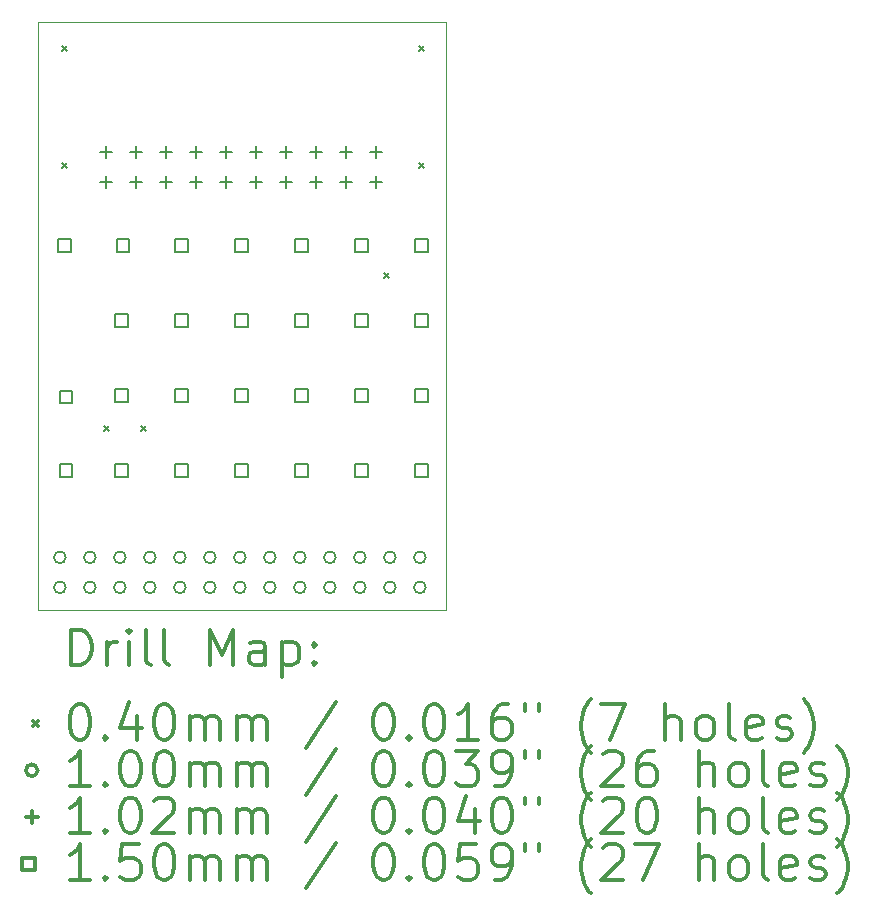
<source format=gbr>
%FSLAX45Y45*%
G04 Gerber Fmt 4.5, Leading zero omitted, Abs format (unit mm)*
G04 Created by KiCad (PCBNEW (5.1.9)-1) date 2021-02-23 11:48:38*
%MOMM*%
%LPD*%
G01*
G04 APERTURE LIST*
%TA.AperFunction,Profile*%
%ADD10C,0.050000*%
%TD*%
%ADD11C,0.200000*%
%ADD12C,0.300000*%
G04 APERTURE END LIST*
D10*
X1897400Y-1625600D02*
X5354300Y-1625600D01*
X5354300Y-1625600D02*
X5354300Y-6604000D01*
X1897400Y-6604000D02*
X5354300Y-6604000D01*
X1897400Y-1625600D02*
X1897400Y-6604000D01*
D11*
X2100900Y-1834200D02*
X2140900Y-1874200D01*
X2140900Y-1834200D02*
X2100900Y-1874200D01*
X2100900Y-2824800D02*
X2140900Y-2864800D01*
X2140900Y-2824800D02*
X2100900Y-2864800D01*
X2456500Y-5047300D02*
X2496500Y-5087300D01*
X2496500Y-5047300D02*
X2456500Y-5087300D01*
X2773500Y-5047800D02*
X2813500Y-5087800D01*
X2813500Y-5047800D02*
X2773500Y-5087800D01*
X4827599Y-3751900D02*
X4867599Y-3791900D01*
X4867599Y-3751900D02*
X4827599Y-3791900D01*
X5123500Y-1834200D02*
X5163500Y-1874200D01*
X5163500Y-1834200D02*
X5123500Y-1874200D01*
X5123500Y-2824800D02*
X5163500Y-2864800D01*
X5163500Y-2824800D02*
X5123500Y-2864800D01*
X2132800Y-6159500D02*
G75*
G03*
X2132800Y-6159500I-50000J0D01*
G01*
X2132800Y-6413500D02*
G75*
G03*
X2132800Y-6413500I-50000J0D01*
G01*
X2386800Y-6159500D02*
G75*
G03*
X2386800Y-6159500I-50000J0D01*
G01*
X2386800Y-6413500D02*
G75*
G03*
X2386800Y-6413500I-50000J0D01*
G01*
X2640800Y-6159500D02*
G75*
G03*
X2640800Y-6159500I-50000J0D01*
G01*
X2640800Y-6413500D02*
G75*
G03*
X2640800Y-6413500I-50000J0D01*
G01*
X2894800Y-6159500D02*
G75*
G03*
X2894800Y-6159500I-50000J0D01*
G01*
X2894800Y-6413500D02*
G75*
G03*
X2894800Y-6413500I-50000J0D01*
G01*
X3148800Y-6159500D02*
G75*
G03*
X3148800Y-6159500I-50000J0D01*
G01*
X3148800Y-6413500D02*
G75*
G03*
X3148800Y-6413500I-50000J0D01*
G01*
X3402800Y-6159500D02*
G75*
G03*
X3402800Y-6159500I-50000J0D01*
G01*
X3402800Y-6413500D02*
G75*
G03*
X3402800Y-6413500I-50000J0D01*
G01*
X3656800Y-6159500D02*
G75*
G03*
X3656800Y-6159500I-50000J0D01*
G01*
X3656800Y-6413500D02*
G75*
G03*
X3656800Y-6413500I-50000J0D01*
G01*
X3910800Y-6159500D02*
G75*
G03*
X3910800Y-6159500I-50000J0D01*
G01*
X3910800Y-6413500D02*
G75*
G03*
X3910800Y-6413500I-50000J0D01*
G01*
X4164800Y-6159500D02*
G75*
G03*
X4164800Y-6159500I-50000J0D01*
G01*
X4164800Y-6413500D02*
G75*
G03*
X4164800Y-6413500I-50000J0D01*
G01*
X4418800Y-6159500D02*
G75*
G03*
X4418800Y-6159500I-50000J0D01*
G01*
X4418800Y-6413500D02*
G75*
G03*
X4418800Y-6413500I-50000J0D01*
G01*
X4672800Y-6159500D02*
G75*
G03*
X4672800Y-6159500I-50000J0D01*
G01*
X4672800Y-6413500D02*
G75*
G03*
X4672800Y-6413500I-50000J0D01*
G01*
X4926800Y-6159500D02*
G75*
G03*
X4926800Y-6159500I-50000J0D01*
G01*
X4926800Y-6413500D02*
G75*
G03*
X4926800Y-6413500I-50000J0D01*
G01*
X5180800Y-6159500D02*
G75*
G03*
X5180800Y-6159500I-50000J0D01*
G01*
X5180800Y-6413500D02*
G75*
G03*
X5180800Y-6413500I-50000J0D01*
G01*
X2476500Y-2679700D02*
X2476500Y-2781300D01*
X2425700Y-2730500D02*
X2527300Y-2730500D01*
X2476500Y-2933700D02*
X2476500Y-3035300D01*
X2425700Y-2984500D02*
X2527300Y-2984500D01*
X2730500Y-2679700D02*
X2730500Y-2781300D01*
X2679700Y-2730500D02*
X2781300Y-2730500D01*
X2730500Y-2933700D02*
X2730500Y-3035300D01*
X2679700Y-2984500D02*
X2781300Y-2984500D01*
X2984500Y-2679700D02*
X2984500Y-2781300D01*
X2933700Y-2730500D02*
X3035300Y-2730500D01*
X2984500Y-2933700D02*
X2984500Y-3035300D01*
X2933700Y-2984500D02*
X3035300Y-2984500D01*
X3238500Y-2679700D02*
X3238500Y-2781300D01*
X3187700Y-2730500D02*
X3289300Y-2730500D01*
X3238500Y-2933700D02*
X3238500Y-3035300D01*
X3187700Y-2984500D02*
X3289300Y-2984500D01*
X3492500Y-2679700D02*
X3492500Y-2781300D01*
X3441700Y-2730500D02*
X3543300Y-2730500D01*
X3492500Y-2933700D02*
X3492500Y-3035300D01*
X3441700Y-2984500D02*
X3543300Y-2984500D01*
X3746500Y-2679700D02*
X3746500Y-2781300D01*
X3695700Y-2730500D02*
X3797300Y-2730500D01*
X3746500Y-2933700D02*
X3746500Y-3035300D01*
X3695700Y-2984500D02*
X3797300Y-2984500D01*
X4000500Y-2679700D02*
X4000500Y-2781300D01*
X3949700Y-2730500D02*
X4051300Y-2730500D01*
X4000500Y-2933700D02*
X4000500Y-3035300D01*
X3949700Y-2984500D02*
X4051300Y-2984500D01*
X4254500Y-2679700D02*
X4254500Y-2781300D01*
X4203700Y-2730500D02*
X4305300Y-2730500D01*
X4254500Y-2933700D02*
X4254500Y-3035300D01*
X4203700Y-2984500D02*
X4305300Y-2984500D01*
X4508500Y-2679700D02*
X4508500Y-2781300D01*
X4457700Y-2730500D02*
X4559300Y-2730500D01*
X4508500Y-2933700D02*
X4508500Y-3035300D01*
X4457700Y-2984500D02*
X4559300Y-2984500D01*
X4762500Y-2679700D02*
X4762500Y-2781300D01*
X4711700Y-2730500D02*
X4813300Y-2730500D01*
X4762500Y-2933700D02*
X4762500Y-3035300D01*
X4711700Y-2984500D02*
X4813300Y-2984500D01*
X2173934Y-3570933D02*
X2173934Y-3464866D01*
X2067866Y-3464866D01*
X2067866Y-3570933D01*
X2173934Y-3570933D01*
X2186634Y-4853634D02*
X2186634Y-4747567D01*
X2080566Y-4747567D01*
X2080566Y-4853634D01*
X2186634Y-4853634D01*
X2186634Y-5475934D02*
X2186634Y-5369867D01*
X2080566Y-5369867D01*
X2080566Y-5475934D01*
X2186634Y-5475934D01*
X2656534Y-4205934D02*
X2656534Y-4099866D01*
X2550467Y-4099866D01*
X2550467Y-4205934D01*
X2656534Y-4205934D01*
X2656534Y-4840934D02*
X2656534Y-4734867D01*
X2550467Y-4734867D01*
X2550467Y-4840934D01*
X2656534Y-4840934D01*
X2656534Y-5475934D02*
X2656534Y-5369867D01*
X2550467Y-5369867D01*
X2550467Y-5475934D01*
X2656534Y-5475934D01*
X2669234Y-3570933D02*
X2669234Y-3464866D01*
X2563167Y-3464866D01*
X2563167Y-3570933D01*
X2669234Y-3570933D01*
X3164533Y-3570933D02*
X3164533Y-3464866D01*
X3058466Y-3464866D01*
X3058466Y-3570933D01*
X3164533Y-3570933D01*
X3164533Y-4205934D02*
X3164533Y-4099866D01*
X3058466Y-4099866D01*
X3058466Y-4205934D01*
X3164533Y-4205934D01*
X3164533Y-4840934D02*
X3164533Y-4734867D01*
X3058466Y-4734867D01*
X3058466Y-4840934D01*
X3164533Y-4840934D01*
X3164533Y-5475934D02*
X3164533Y-5369867D01*
X3058466Y-5369867D01*
X3058466Y-5475934D01*
X3164533Y-5475934D01*
X3672533Y-3570933D02*
X3672533Y-3464866D01*
X3566466Y-3464866D01*
X3566466Y-3570933D01*
X3672533Y-3570933D01*
X3672533Y-4205934D02*
X3672533Y-4099866D01*
X3566466Y-4099866D01*
X3566466Y-4205934D01*
X3672533Y-4205934D01*
X3672533Y-4840934D02*
X3672533Y-4734867D01*
X3566466Y-4734867D01*
X3566466Y-4840934D01*
X3672533Y-4840934D01*
X3672533Y-5475934D02*
X3672533Y-5369867D01*
X3566466Y-5369867D01*
X3566466Y-5475934D01*
X3672533Y-5475934D01*
X4180533Y-3570933D02*
X4180533Y-3464866D01*
X4074466Y-3464866D01*
X4074466Y-3570933D01*
X4180533Y-3570933D01*
X4180533Y-4205934D02*
X4180533Y-4099866D01*
X4074466Y-4099866D01*
X4074466Y-4205934D01*
X4180533Y-4205934D01*
X4180533Y-4840934D02*
X4180533Y-4734867D01*
X4074466Y-4734867D01*
X4074466Y-4840934D01*
X4180533Y-4840934D01*
X4180533Y-5475934D02*
X4180533Y-5369867D01*
X4074466Y-5369867D01*
X4074466Y-5475934D01*
X4180533Y-5475934D01*
X4688534Y-3570933D02*
X4688534Y-3464866D01*
X4582467Y-3464866D01*
X4582467Y-3570933D01*
X4688534Y-3570933D01*
X4688534Y-4205934D02*
X4688534Y-4099866D01*
X4582467Y-4099866D01*
X4582467Y-4205934D01*
X4688534Y-4205934D01*
X4688534Y-4840934D02*
X4688534Y-4734867D01*
X4582467Y-4734867D01*
X4582467Y-4840934D01*
X4688534Y-4840934D01*
X4688534Y-5475934D02*
X4688534Y-5369867D01*
X4582467Y-5369867D01*
X4582467Y-5475934D01*
X4688534Y-5475934D01*
X5196534Y-3570933D02*
X5196534Y-3464866D01*
X5090467Y-3464866D01*
X5090467Y-3570933D01*
X5196534Y-3570933D01*
X5196534Y-4205934D02*
X5196534Y-4099866D01*
X5090467Y-4099866D01*
X5090467Y-4205934D01*
X5196534Y-4205934D01*
X5196534Y-4840934D02*
X5196534Y-4734867D01*
X5090467Y-4734867D01*
X5090467Y-4840934D01*
X5196534Y-4840934D01*
X5196534Y-5475934D02*
X5196534Y-5369867D01*
X5090467Y-5369867D01*
X5090467Y-5475934D01*
X5196534Y-5475934D01*
D12*
X2181328Y-7072214D02*
X2181328Y-6772214D01*
X2252757Y-6772214D01*
X2295614Y-6786500D01*
X2324186Y-6815071D01*
X2338471Y-6843643D01*
X2352757Y-6900786D01*
X2352757Y-6943643D01*
X2338471Y-7000786D01*
X2324186Y-7029357D01*
X2295614Y-7057929D01*
X2252757Y-7072214D01*
X2181328Y-7072214D01*
X2481328Y-7072214D02*
X2481328Y-6872214D01*
X2481328Y-6929357D02*
X2495614Y-6900786D01*
X2509900Y-6886500D01*
X2538471Y-6872214D01*
X2567043Y-6872214D01*
X2667043Y-7072214D02*
X2667043Y-6872214D01*
X2667043Y-6772214D02*
X2652757Y-6786500D01*
X2667043Y-6800786D01*
X2681328Y-6786500D01*
X2667043Y-6772214D01*
X2667043Y-6800786D01*
X2852757Y-7072214D02*
X2824186Y-7057929D01*
X2809900Y-7029357D01*
X2809900Y-6772214D01*
X3009900Y-7072214D02*
X2981328Y-7057929D01*
X2967043Y-7029357D01*
X2967043Y-6772214D01*
X3352757Y-7072214D02*
X3352757Y-6772214D01*
X3452757Y-6986500D01*
X3552757Y-6772214D01*
X3552757Y-7072214D01*
X3824186Y-7072214D02*
X3824186Y-6915071D01*
X3809900Y-6886500D01*
X3781328Y-6872214D01*
X3724186Y-6872214D01*
X3695614Y-6886500D01*
X3824186Y-7057929D02*
X3795614Y-7072214D01*
X3724186Y-7072214D01*
X3695614Y-7057929D01*
X3681328Y-7029357D01*
X3681328Y-7000786D01*
X3695614Y-6972214D01*
X3724186Y-6957929D01*
X3795614Y-6957929D01*
X3824186Y-6943643D01*
X3967043Y-6872214D02*
X3967043Y-7172214D01*
X3967043Y-6886500D02*
X3995614Y-6872214D01*
X4052757Y-6872214D01*
X4081328Y-6886500D01*
X4095614Y-6900786D01*
X4109900Y-6929357D01*
X4109900Y-7015071D01*
X4095614Y-7043643D01*
X4081328Y-7057929D01*
X4052757Y-7072214D01*
X3995614Y-7072214D01*
X3967043Y-7057929D01*
X4238471Y-7043643D02*
X4252757Y-7057929D01*
X4238471Y-7072214D01*
X4224186Y-7057929D01*
X4238471Y-7043643D01*
X4238471Y-7072214D01*
X4238471Y-6886500D02*
X4252757Y-6900786D01*
X4238471Y-6915071D01*
X4224186Y-6900786D01*
X4238471Y-6886500D01*
X4238471Y-6915071D01*
X1854900Y-7546500D02*
X1894900Y-7586500D01*
X1894900Y-7546500D02*
X1854900Y-7586500D01*
X2238471Y-7402214D02*
X2267043Y-7402214D01*
X2295614Y-7416500D01*
X2309900Y-7430786D01*
X2324186Y-7459357D01*
X2338471Y-7516500D01*
X2338471Y-7587929D01*
X2324186Y-7645071D01*
X2309900Y-7673643D01*
X2295614Y-7687929D01*
X2267043Y-7702214D01*
X2238471Y-7702214D01*
X2209900Y-7687929D01*
X2195614Y-7673643D01*
X2181328Y-7645071D01*
X2167043Y-7587929D01*
X2167043Y-7516500D01*
X2181328Y-7459357D01*
X2195614Y-7430786D01*
X2209900Y-7416500D01*
X2238471Y-7402214D01*
X2467043Y-7673643D02*
X2481328Y-7687929D01*
X2467043Y-7702214D01*
X2452757Y-7687929D01*
X2467043Y-7673643D01*
X2467043Y-7702214D01*
X2738471Y-7502214D02*
X2738471Y-7702214D01*
X2667043Y-7387929D02*
X2595614Y-7602214D01*
X2781328Y-7602214D01*
X2952757Y-7402214D02*
X2981328Y-7402214D01*
X3009900Y-7416500D01*
X3024186Y-7430786D01*
X3038471Y-7459357D01*
X3052757Y-7516500D01*
X3052757Y-7587929D01*
X3038471Y-7645071D01*
X3024186Y-7673643D01*
X3009900Y-7687929D01*
X2981328Y-7702214D01*
X2952757Y-7702214D01*
X2924186Y-7687929D01*
X2909900Y-7673643D01*
X2895614Y-7645071D01*
X2881328Y-7587929D01*
X2881328Y-7516500D01*
X2895614Y-7459357D01*
X2909900Y-7430786D01*
X2924186Y-7416500D01*
X2952757Y-7402214D01*
X3181328Y-7702214D02*
X3181328Y-7502214D01*
X3181328Y-7530786D02*
X3195614Y-7516500D01*
X3224186Y-7502214D01*
X3267043Y-7502214D01*
X3295614Y-7516500D01*
X3309900Y-7545071D01*
X3309900Y-7702214D01*
X3309900Y-7545071D02*
X3324186Y-7516500D01*
X3352757Y-7502214D01*
X3395614Y-7502214D01*
X3424186Y-7516500D01*
X3438471Y-7545071D01*
X3438471Y-7702214D01*
X3581328Y-7702214D02*
X3581328Y-7502214D01*
X3581328Y-7530786D02*
X3595614Y-7516500D01*
X3624186Y-7502214D01*
X3667043Y-7502214D01*
X3695614Y-7516500D01*
X3709900Y-7545071D01*
X3709900Y-7702214D01*
X3709900Y-7545071D02*
X3724186Y-7516500D01*
X3752757Y-7502214D01*
X3795614Y-7502214D01*
X3824186Y-7516500D01*
X3838471Y-7545071D01*
X3838471Y-7702214D01*
X4424186Y-7387929D02*
X4167043Y-7773643D01*
X4809900Y-7402214D02*
X4838471Y-7402214D01*
X4867043Y-7416500D01*
X4881328Y-7430786D01*
X4895614Y-7459357D01*
X4909900Y-7516500D01*
X4909900Y-7587929D01*
X4895614Y-7645071D01*
X4881328Y-7673643D01*
X4867043Y-7687929D01*
X4838471Y-7702214D01*
X4809900Y-7702214D01*
X4781328Y-7687929D01*
X4767043Y-7673643D01*
X4752757Y-7645071D01*
X4738471Y-7587929D01*
X4738471Y-7516500D01*
X4752757Y-7459357D01*
X4767043Y-7430786D01*
X4781328Y-7416500D01*
X4809900Y-7402214D01*
X5038471Y-7673643D02*
X5052757Y-7687929D01*
X5038471Y-7702214D01*
X5024186Y-7687929D01*
X5038471Y-7673643D01*
X5038471Y-7702214D01*
X5238471Y-7402214D02*
X5267043Y-7402214D01*
X5295614Y-7416500D01*
X5309900Y-7430786D01*
X5324186Y-7459357D01*
X5338471Y-7516500D01*
X5338471Y-7587929D01*
X5324186Y-7645071D01*
X5309900Y-7673643D01*
X5295614Y-7687929D01*
X5267043Y-7702214D01*
X5238471Y-7702214D01*
X5209900Y-7687929D01*
X5195614Y-7673643D01*
X5181328Y-7645071D01*
X5167043Y-7587929D01*
X5167043Y-7516500D01*
X5181328Y-7459357D01*
X5195614Y-7430786D01*
X5209900Y-7416500D01*
X5238471Y-7402214D01*
X5624186Y-7702214D02*
X5452757Y-7702214D01*
X5538471Y-7702214D02*
X5538471Y-7402214D01*
X5509900Y-7445071D01*
X5481328Y-7473643D01*
X5452757Y-7487929D01*
X5881328Y-7402214D02*
X5824186Y-7402214D01*
X5795614Y-7416500D01*
X5781328Y-7430786D01*
X5752757Y-7473643D01*
X5738471Y-7530786D01*
X5738471Y-7645071D01*
X5752757Y-7673643D01*
X5767043Y-7687929D01*
X5795614Y-7702214D01*
X5852757Y-7702214D01*
X5881328Y-7687929D01*
X5895614Y-7673643D01*
X5909900Y-7645071D01*
X5909900Y-7573643D01*
X5895614Y-7545071D01*
X5881328Y-7530786D01*
X5852757Y-7516500D01*
X5795614Y-7516500D01*
X5767043Y-7530786D01*
X5752757Y-7545071D01*
X5738471Y-7573643D01*
X6024186Y-7402214D02*
X6024186Y-7459357D01*
X6138471Y-7402214D02*
X6138471Y-7459357D01*
X6581328Y-7816500D02*
X6567043Y-7802214D01*
X6538471Y-7759357D01*
X6524186Y-7730786D01*
X6509900Y-7687929D01*
X6495614Y-7616500D01*
X6495614Y-7559357D01*
X6509900Y-7487929D01*
X6524186Y-7445071D01*
X6538471Y-7416500D01*
X6567043Y-7373643D01*
X6581328Y-7359357D01*
X6667043Y-7402214D02*
X6867043Y-7402214D01*
X6738471Y-7702214D01*
X7209900Y-7702214D02*
X7209900Y-7402214D01*
X7338471Y-7702214D02*
X7338471Y-7545071D01*
X7324186Y-7516500D01*
X7295614Y-7502214D01*
X7252757Y-7502214D01*
X7224186Y-7516500D01*
X7209900Y-7530786D01*
X7524186Y-7702214D02*
X7495614Y-7687929D01*
X7481328Y-7673643D01*
X7467043Y-7645071D01*
X7467043Y-7559357D01*
X7481328Y-7530786D01*
X7495614Y-7516500D01*
X7524186Y-7502214D01*
X7567043Y-7502214D01*
X7595614Y-7516500D01*
X7609900Y-7530786D01*
X7624186Y-7559357D01*
X7624186Y-7645071D01*
X7609900Y-7673643D01*
X7595614Y-7687929D01*
X7567043Y-7702214D01*
X7524186Y-7702214D01*
X7795614Y-7702214D02*
X7767043Y-7687929D01*
X7752757Y-7659357D01*
X7752757Y-7402214D01*
X8024186Y-7687929D02*
X7995614Y-7702214D01*
X7938471Y-7702214D01*
X7909900Y-7687929D01*
X7895614Y-7659357D01*
X7895614Y-7545071D01*
X7909900Y-7516500D01*
X7938471Y-7502214D01*
X7995614Y-7502214D01*
X8024186Y-7516500D01*
X8038471Y-7545071D01*
X8038471Y-7573643D01*
X7895614Y-7602214D01*
X8152757Y-7687929D02*
X8181328Y-7702214D01*
X8238471Y-7702214D01*
X8267043Y-7687929D01*
X8281328Y-7659357D01*
X8281328Y-7645071D01*
X8267043Y-7616500D01*
X8238471Y-7602214D01*
X8195614Y-7602214D01*
X8167043Y-7587929D01*
X8152757Y-7559357D01*
X8152757Y-7545071D01*
X8167043Y-7516500D01*
X8195614Y-7502214D01*
X8238471Y-7502214D01*
X8267043Y-7516500D01*
X8381328Y-7816500D02*
X8395614Y-7802214D01*
X8424186Y-7759357D01*
X8438471Y-7730786D01*
X8452757Y-7687929D01*
X8467043Y-7616500D01*
X8467043Y-7559357D01*
X8452757Y-7487929D01*
X8438471Y-7445071D01*
X8424186Y-7416500D01*
X8395614Y-7373643D01*
X8381328Y-7359357D01*
X1894900Y-7962500D02*
G75*
G03*
X1894900Y-7962500I-50000J0D01*
G01*
X2338471Y-8098214D02*
X2167043Y-8098214D01*
X2252757Y-8098214D02*
X2252757Y-7798214D01*
X2224186Y-7841071D01*
X2195614Y-7869643D01*
X2167043Y-7883929D01*
X2467043Y-8069643D02*
X2481328Y-8083929D01*
X2467043Y-8098214D01*
X2452757Y-8083929D01*
X2467043Y-8069643D01*
X2467043Y-8098214D01*
X2667043Y-7798214D02*
X2695614Y-7798214D01*
X2724186Y-7812500D01*
X2738471Y-7826786D01*
X2752757Y-7855357D01*
X2767043Y-7912500D01*
X2767043Y-7983929D01*
X2752757Y-8041071D01*
X2738471Y-8069643D01*
X2724186Y-8083929D01*
X2695614Y-8098214D01*
X2667043Y-8098214D01*
X2638471Y-8083929D01*
X2624186Y-8069643D01*
X2609900Y-8041071D01*
X2595614Y-7983929D01*
X2595614Y-7912500D01*
X2609900Y-7855357D01*
X2624186Y-7826786D01*
X2638471Y-7812500D01*
X2667043Y-7798214D01*
X2952757Y-7798214D02*
X2981328Y-7798214D01*
X3009900Y-7812500D01*
X3024186Y-7826786D01*
X3038471Y-7855357D01*
X3052757Y-7912500D01*
X3052757Y-7983929D01*
X3038471Y-8041071D01*
X3024186Y-8069643D01*
X3009900Y-8083929D01*
X2981328Y-8098214D01*
X2952757Y-8098214D01*
X2924186Y-8083929D01*
X2909900Y-8069643D01*
X2895614Y-8041071D01*
X2881328Y-7983929D01*
X2881328Y-7912500D01*
X2895614Y-7855357D01*
X2909900Y-7826786D01*
X2924186Y-7812500D01*
X2952757Y-7798214D01*
X3181328Y-8098214D02*
X3181328Y-7898214D01*
X3181328Y-7926786D02*
X3195614Y-7912500D01*
X3224186Y-7898214D01*
X3267043Y-7898214D01*
X3295614Y-7912500D01*
X3309900Y-7941071D01*
X3309900Y-8098214D01*
X3309900Y-7941071D02*
X3324186Y-7912500D01*
X3352757Y-7898214D01*
X3395614Y-7898214D01*
X3424186Y-7912500D01*
X3438471Y-7941071D01*
X3438471Y-8098214D01*
X3581328Y-8098214D02*
X3581328Y-7898214D01*
X3581328Y-7926786D02*
X3595614Y-7912500D01*
X3624186Y-7898214D01*
X3667043Y-7898214D01*
X3695614Y-7912500D01*
X3709900Y-7941071D01*
X3709900Y-8098214D01*
X3709900Y-7941071D02*
X3724186Y-7912500D01*
X3752757Y-7898214D01*
X3795614Y-7898214D01*
X3824186Y-7912500D01*
X3838471Y-7941071D01*
X3838471Y-8098214D01*
X4424186Y-7783929D02*
X4167043Y-8169643D01*
X4809900Y-7798214D02*
X4838471Y-7798214D01*
X4867043Y-7812500D01*
X4881328Y-7826786D01*
X4895614Y-7855357D01*
X4909900Y-7912500D01*
X4909900Y-7983929D01*
X4895614Y-8041071D01*
X4881328Y-8069643D01*
X4867043Y-8083929D01*
X4838471Y-8098214D01*
X4809900Y-8098214D01*
X4781328Y-8083929D01*
X4767043Y-8069643D01*
X4752757Y-8041071D01*
X4738471Y-7983929D01*
X4738471Y-7912500D01*
X4752757Y-7855357D01*
X4767043Y-7826786D01*
X4781328Y-7812500D01*
X4809900Y-7798214D01*
X5038471Y-8069643D02*
X5052757Y-8083929D01*
X5038471Y-8098214D01*
X5024186Y-8083929D01*
X5038471Y-8069643D01*
X5038471Y-8098214D01*
X5238471Y-7798214D02*
X5267043Y-7798214D01*
X5295614Y-7812500D01*
X5309900Y-7826786D01*
X5324186Y-7855357D01*
X5338471Y-7912500D01*
X5338471Y-7983929D01*
X5324186Y-8041071D01*
X5309900Y-8069643D01*
X5295614Y-8083929D01*
X5267043Y-8098214D01*
X5238471Y-8098214D01*
X5209900Y-8083929D01*
X5195614Y-8069643D01*
X5181328Y-8041071D01*
X5167043Y-7983929D01*
X5167043Y-7912500D01*
X5181328Y-7855357D01*
X5195614Y-7826786D01*
X5209900Y-7812500D01*
X5238471Y-7798214D01*
X5438471Y-7798214D02*
X5624186Y-7798214D01*
X5524186Y-7912500D01*
X5567043Y-7912500D01*
X5595614Y-7926786D01*
X5609900Y-7941071D01*
X5624186Y-7969643D01*
X5624186Y-8041071D01*
X5609900Y-8069643D01*
X5595614Y-8083929D01*
X5567043Y-8098214D01*
X5481328Y-8098214D01*
X5452757Y-8083929D01*
X5438471Y-8069643D01*
X5767043Y-8098214D02*
X5824186Y-8098214D01*
X5852757Y-8083929D01*
X5867043Y-8069643D01*
X5895614Y-8026786D01*
X5909900Y-7969643D01*
X5909900Y-7855357D01*
X5895614Y-7826786D01*
X5881328Y-7812500D01*
X5852757Y-7798214D01*
X5795614Y-7798214D01*
X5767043Y-7812500D01*
X5752757Y-7826786D01*
X5738471Y-7855357D01*
X5738471Y-7926786D01*
X5752757Y-7955357D01*
X5767043Y-7969643D01*
X5795614Y-7983929D01*
X5852757Y-7983929D01*
X5881328Y-7969643D01*
X5895614Y-7955357D01*
X5909900Y-7926786D01*
X6024186Y-7798214D02*
X6024186Y-7855357D01*
X6138471Y-7798214D02*
X6138471Y-7855357D01*
X6581328Y-8212500D02*
X6567043Y-8198214D01*
X6538471Y-8155357D01*
X6524186Y-8126786D01*
X6509900Y-8083929D01*
X6495614Y-8012500D01*
X6495614Y-7955357D01*
X6509900Y-7883929D01*
X6524186Y-7841071D01*
X6538471Y-7812500D01*
X6567043Y-7769643D01*
X6581328Y-7755357D01*
X6681328Y-7826786D02*
X6695614Y-7812500D01*
X6724186Y-7798214D01*
X6795614Y-7798214D01*
X6824186Y-7812500D01*
X6838471Y-7826786D01*
X6852757Y-7855357D01*
X6852757Y-7883929D01*
X6838471Y-7926786D01*
X6667043Y-8098214D01*
X6852757Y-8098214D01*
X7109900Y-7798214D02*
X7052757Y-7798214D01*
X7024186Y-7812500D01*
X7009900Y-7826786D01*
X6981328Y-7869643D01*
X6967043Y-7926786D01*
X6967043Y-8041071D01*
X6981328Y-8069643D01*
X6995614Y-8083929D01*
X7024186Y-8098214D01*
X7081328Y-8098214D01*
X7109900Y-8083929D01*
X7124186Y-8069643D01*
X7138471Y-8041071D01*
X7138471Y-7969643D01*
X7124186Y-7941071D01*
X7109900Y-7926786D01*
X7081328Y-7912500D01*
X7024186Y-7912500D01*
X6995614Y-7926786D01*
X6981328Y-7941071D01*
X6967043Y-7969643D01*
X7495614Y-8098214D02*
X7495614Y-7798214D01*
X7624186Y-8098214D02*
X7624186Y-7941071D01*
X7609900Y-7912500D01*
X7581328Y-7898214D01*
X7538471Y-7898214D01*
X7509900Y-7912500D01*
X7495614Y-7926786D01*
X7809900Y-8098214D02*
X7781328Y-8083929D01*
X7767043Y-8069643D01*
X7752757Y-8041071D01*
X7752757Y-7955357D01*
X7767043Y-7926786D01*
X7781328Y-7912500D01*
X7809900Y-7898214D01*
X7852757Y-7898214D01*
X7881328Y-7912500D01*
X7895614Y-7926786D01*
X7909900Y-7955357D01*
X7909900Y-8041071D01*
X7895614Y-8069643D01*
X7881328Y-8083929D01*
X7852757Y-8098214D01*
X7809900Y-8098214D01*
X8081328Y-8098214D02*
X8052757Y-8083929D01*
X8038471Y-8055357D01*
X8038471Y-7798214D01*
X8309900Y-8083929D02*
X8281328Y-8098214D01*
X8224186Y-8098214D01*
X8195614Y-8083929D01*
X8181328Y-8055357D01*
X8181328Y-7941071D01*
X8195614Y-7912500D01*
X8224186Y-7898214D01*
X8281328Y-7898214D01*
X8309900Y-7912500D01*
X8324186Y-7941071D01*
X8324186Y-7969643D01*
X8181328Y-7998214D01*
X8438471Y-8083929D02*
X8467043Y-8098214D01*
X8524186Y-8098214D01*
X8552757Y-8083929D01*
X8567043Y-8055357D01*
X8567043Y-8041071D01*
X8552757Y-8012500D01*
X8524186Y-7998214D01*
X8481328Y-7998214D01*
X8452757Y-7983929D01*
X8438471Y-7955357D01*
X8438471Y-7941071D01*
X8452757Y-7912500D01*
X8481328Y-7898214D01*
X8524186Y-7898214D01*
X8552757Y-7912500D01*
X8667043Y-8212500D02*
X8681328Y-8198214D01*
X8709900Y-8155357D01*
X8724186Y-8126786D01*
X8738471Y-8083929D01*
X8752757Y-8012500D01*
X8752757Y-7955357D01*
X8738471Y-7883929D01*
X8724186Y-7841071D01*
X8709900Y-7812500D01*
X8681328Y-7769643D01*
X8667043Y-7755357D01*
X1844100Y-8307700D02*
X1844100Y-8409300D01*
X1793300Y-8358500D02*
X1894900Y-8358500D01*
X2338471Y-8494214D02*
X2167043Y-8494214D01*
X2252757Y-8494214D02*
X2252757Y-8194214D01*
X2224186Y-8237071D01*
X2195614Y-8265643D01*
X2167043Y-8279929D01*
X2467043Y-8465643D02*
X2481328Y-8479929D01*
X2467043Y-8494214D01*
X2452757Y-8479929D01*
X2467043Y-8465643D01*
X2467043Y-8494214D01*
X2667043Y-8194214D02*
X2695614Y-8194214D01*
X2724186Y-8208500D01*
X2738471Y-8222786D01*
X2752757Y-8251357D01*
X2767043Y-8308500D01*
X2767043Y-8379929D01*
X2752757Y-8437072D01*
X2738471Y-8465643D01*
X2724186Y-8479929D01*
X2695614Y-8494214D01*
X2667043Y-8494214D01*
X2638471Y-8479929D01*
X2624186Y-8465643D01*
X2609900Y-8437072D01*
X2595614Y-8379929D01*
X2595614Y-8308500D01*
X2609900Y-8251357D01*
X2624186Y-8222786D01*
X2638471Y-8208500D01*
X2667043Y-8194214D01*
X2881328Y-8222786D02*
X2895614Y-8208500D01*
X2924186Y-8194214D01*
X2995614Y-8194214D01*
X3024186Y-8208500D01*
X3038471Y-8222786D01*
X3052757Y-8251357D01*
X3052757Y-8279929D01*
X3038471Y-8322786D01*
X2867043Y-8494214D01*
X3052757Y-8494214D01*
X3181328Y-8494214D02*
X3181328Y-8294214D01*
X3181328Y-8322786D02*
X3195614Y-8308500D01*
X3224186Y-8294214D01*
X3267043Y-8294214D01*
X3295614Y-8308500D01*
X3309900Y-8337071D01*
X3309900Y-8494214D01*
X3309900Y-8337071D02*
X3324186Y-8308500D01*
X3352757Y-8294214D01*
X3395614Y-8294214D01*
X3424186Y-8308500D01*
X3438471Y-8337071D01*
X3438471Y-8494214D01*
X3581328Y-8494214D02*
X3581328Y-8294214D01*
X3581328Y-8322786D02*
X3595614Y-8308500D01*
X3624186Y-8294214D01*
X3667043Y-8294214D01*
X3695614Y-8308500D01*
X3709900Y-8337071D01*
X3709900Y-8494214D01*
X3709900Y-8337071D02*
X3724186Y-8308500D01*
X3752757Y-8294214D01*
X3795614Y-8294214D01*
X3824186Y-8308500D01*
X3838471Y-8337071D01*
X3838471Y-8494214D01*
X4424186Y-8179929D02*
X4167043Y-8565643D01*
X4809900Y-8194214D02*
X4838471Y-8194214D01*
X4867043Y-8208500D01*
X4881328Y-8222786D01*
X4895614Y-8251357D01*
X4909900Y-8308500D01*
X4909900Y-8379929D01*
X4895614Y-8437072D01*
X4881328Y-8465643D01*
X4867043Y-8479929D01*
X4838471Y-8494214D01*
X4809900Y-8494214D01*
X4781328Y-8479929D01*
X4767043Y-8465643D01*
X4752757Y-8437072D01*
X4738471Y-8379929D01*
X4738471Y-8308500D01*
X4752757Y-8251357D01*
X4767043Y-8222786D01*
X4781328Y-8208500D01*
X4809900Y-8194214D01*
X5038471Y-8465643D02*
X5052757Y-8479929D01*
X5038471Y-8494214D01*
X5024186Y-8479929D01*
X5038471Y-8465643D01*
X5038471Y-8494214D01*
X5238471Y-8194214D02*
X5267043Y-8194214D01*
X5295614Y-8208500D01*
X5309900Y-8222786D01*
X5324186Y-8251357D01*
X5338471Y-8308500D01*
X5338471Y-8379929D01*
X5324186Y-8437072D01*
X5309900Y-8465643D01*
X5295614Y-8479929D01*
X5267043Y-8494214D01*
X5238471Y-8494214D01*
X5209900Y-8479929D01*
X5195614Y-8465643D01*
X5181328Y-8437072D01*
X5167043Y-8379929D01*
X5167043Y-8308500D01*
X5181328Y-8251357D01*
X5195614Y-8222786D01*
X5209900Y-8208500D01*
X5238471Y-8194214D01*
X5595614Y-8294214D02*
X5595614Y-8494214D01*
X5524186Y-8179929D02*
X5452757Y-8394214D01*
X5638471Y-8394214D01*
X5809900Y-8194214D02*
X5838471Y-8194214D01*
X5867043Y-8208500D01*
X5881328Y-8222786D01*
X5895614Y-8251357D01*
X5909900Y-8308500D01*
X5909900Y-8379929D01*
X5895614Y-8437072D01*
X5881328Y-8465643D01*
X5867043Y-8479929D01*
X5838471Y-8494214D01*
X5809900Y-8494214D01*
X5781328Y-8479929D01*
X5767043Y-8465643D01*
X5752757Y-8437072D01*
X5738471Y-8379929D01*
X5738471Y-8308500D01*
X5752757Y-8251357D01*
X5767043Y-8222786D01*
X5781328Y-8208500D01*
X5809900Y-8194214D01*
X6024186Y-8194214D02*
X6024186Y-8251357D01*
X6138471Y-8194214D02*
X6138471Y-8251357D01*
X6581328Y-8608500D02*
X6567043Y-8594214D01*
X6538471Y-8551357D01*
X6524186Y-8522786D01*
X6509900Y-8479929D01*
X6495614Y-8408500D01*
X6495614Y-8351357D01*
X6509900Y-8279929D01*
X6524186Y-8237071D01*
X6538471Y-8208500D01*
X6567043Y-8165643D01*
X6581328Y-8151357D01*
X6681328Y-8222786D02*
X6695614Y-8208500D01*
X6724186Y-8194214D01*
X6795614Y-8194214D01*
X6824186Y-8208500D01*
X6838471Y-8222786D01*
X6852757Y-8251357D01*
X6852757Y-8279929D01*
X6838471Y-8322786D01*
X6667043Y-8494214D01*
X6852757Y-8494214D01*
X7038471Y-8194214D02*
X7067043Y-8194214D01*
X7095614Y-8208500D01*
X7109900Y-8222786D01*
X7124186Y-8251357D01*
X7138471Y-8308500D01*
X7138471Y-8379929D01*
X7124186Y-8437072D01*
X7109900Y-8465643D01*
X7095614Y-8479929D01*
X7067043Y-8494214D01*
X7038471Y-8494214D01*
X7009900Y-8479929D01*
X6995614Y-8465643D01*
X6981328Y-8437072D01*
X6967043Y-8379929D01*
X6967043Y-8308500D01*
X6981328Y-8251357D01*
X6995614Y-8222786D01*
X7009900Y-8208500D01*
X7038471Y-8194214D01*
X7495614Y-8494214D02*
X7495614Y-8194214D01*
X7624186Y-8494214D02*
X7624186Y-8337071D01*
X7609900Y-8308500D01*
X7581328Y-8294214D01*
X7538471Y-8294214D01*
X7509900Y-8308500D01*
X7495614Y-8322786D01*
X7809900Y-8494214D02*
X7781328Y-8479929D01*
X7767043Y-8465643D01*
X7752757Y-8437072D01*
X7752757Y-8351357D01*
X7767043Y-8322786D01*
X7781328Y-8308500D01*
X7809900Y-8294214D01*
X7852757Y-8294214D01*
X7881328Y-8308500D01*
X7895614Y-8322786D01*
X7909900Y-8351357D01*
X7909900Y-8437072D01*
X7895614Y-8465643D01*
X7881328Y-8479929D01*
X7852757Y-8494214D01*
X7809900Y-8494214D01*
X8081328Y-8494214D02*
X8052757Y-8479929D01*
X8038471Y-8451357D01*
X8038471Y-8194214D01*
X8309900Y-8479929D02*
X8281328Y-8494214D01*
X8224186Y-8494214D01*
X8195614Y-8479929D01*
X8181328Y-8451357D01*
X8181328Y-8337071D01*
X8195614Y-8308500D01*
X8224186Y-8294214D01*
X8281328Y-8294214D01*
X8309900Y-8308500D01*
X8324186Y-8337071D01*
X8324186Y-8365643D01*
X8181328Y-8394214D01*
X8438471Y-8479929D02*
X8467043Y-8494214D01*
X8524186Y-8494214D01*
X8552757Y-8479929D01*
X8567043Y-8451357D01*
X8567043Y-8437072D01*
X8552757Y-8408500D01*
X8524186Y-8394214D01*
X8481328Y-8394214D01*
X8452757Y-8379929D01*
X8438471Y-8351357D01*
X8438471Y-8337071D01*
X8452757Y-8308500D01*
X8481328Y-8294214D01*
X8524186Y-8294214D01*
X8552757Y-8308500D01*
X8667043Y-8608500D02*
X8681328Y-8594214D01*
X8709900Y-8551357D01*
X8724186Y-8522786D01*
X8738471Y-8479929D01*
X8752757Y-8408500D01*
X8752757Y-8351357D01*
X8738471Y-8279929D01*
X8724186Y-8237071D01*
X8709900Y-8208500D01*
X8681328Y-8165643D01*
X8667043Y-8151357D01*
X1872933Y-8807534D02*
X1872933Y-8701467D01*
X1766866Y-8701467D01*
X1766866Y-8807534D01*
X1872933Y-8807534D01*
X2338471Y-8890214D02*
X2167043Y-8890214D01*
X2252757Y-8890214D02*
X2252757Y-8590214D01*
X2224186Y-8633072D01*
X2195614Y-8661643D01*
X2167043Y-8675929D01*
X2467043Y-8861643D02*
X2481328Y-8875929D01*
X2467043Y-8890214D01*
X2452757Y-8875929D01*
X2467043Y-8861643D01*
X2467043Y-8890214D01*
X2752757Y-8590214D02*
X2609900Y-8590214D01*
X2595614Y-8733072D01*
X2609900Y-8718786D01*
X2638471Y-8704500D01*
X2709900Y-8704500D01*
X2738471Y-8718786D01*
X2752757Y-8733072D01*
X2767043Y-8761643D01*
X2767043Y-8833072D01*
X2752757Y-8861643D01*
X2738471Y-8875929D01*
X2709900Y-8890214D01*
X2638471Y-8890214D01*
X2609900Y-8875929D01*
X2595614Y-8861643D01*
X2952757Y-8590214D02*
X2981328Y-8590214D01*
X3009900Y-8604500D01*
X3024186Y-8618786D01*
X3038471Y-8647357D01*
X3052757Y-8704500D01*
X3052757Y-8775929D01*
X3038471Y-8833072D01*
X3024186Y-8861643D01*
X3009900Y-8875929D01*
X2981328Y-8890214D01*
X2952757Y-8890214D01*
X2924186Y-8875929D01*
X2909900Y-8861643D01*
X2895614Y-8833072D01*
X2881328Y-8775929D01*
X2881328Y-8704500D01*
X2895614Y-8647357D01*
X2909900Y-8618786D01*
X2924186Y-8604500D01*
X2952757Y-8590214D01*
X3181328Y-8890214D02*
X3181328Y-8690214D01*
X3181328Y-8718786D02*
X3195614Y-8704500D01*
X3224186Y-8690214D01*
X3267043Y-8690214D01*
X3295614Y-8704500D01*
X3309900Y-8733072D01*
X3309900Y-8890214D01*
X3309900Y-8733072D02*
X3324186Y-8704500D01*
X3352757Y-8690214D01*
X3395614Y-8690214D01*
X3424186Y-8704500D01*
X3438471Y-8733072D01*
X3438471Y-8890214D01*
X3581328Y-8890214D02*
X3581328Y-8690214D01*
X3581328Y-8718786D02*
X3595614Y-8704500D01*
X3624186Y-8690214D01*
X3667043Y-8690214D01*
X3695614Y-8704500D01*
X3709900Y-8733072D01*
X3709900Y-8890214D01*
X3709900Y-8733072D02*
X3724186Y-8704500D01*
X3752757Y-8690214D01*
X3795614Y-8690214D01*
X3824186Y-8704500D01*
X3838471Y-8733072D01*
X3838471Y-8890214D01*
X4424186Y-8575929D02*
X4167043Y-8961643D01*
X4809900Y-8590214D02*
X4838471Y-8590214D01*
X4867043Y-8604500D01*
X4881328Y-8618786D01*
X4895614Y-8647357D01*
X4909900Y-8704500D01*
X4909900Y-8775929D01*
X4895614Y-8833072D01*
X4881328Y-8861643D01*
X4867043Y-8875929D01*
X4838471Y-8890214D01*
X4809900Y-8890214D01*
X4781328Y-8875929D01*
X4767043Y-8861643D01*
X4752757Y-8833072D01*
X4738471Y-8775929D01*
X4738471Y-8704500D01*
X4752757Y-8647357D01*
X4767043Y-8618786D01*
X4781328Y-8604500D01*
X4809900Y-8590214D01*
X5038471Y-8861643D02*
X5052757Y-8875929D01*
X5038471Y-8890214D01*
X5024186Y-8875929D01*
X5038471Y-8861643D01*
X5038471Y-8890214D01*
X5238471Y-8590214D02*
X5267043Y-8590214D01*
X5295614Y-8604500D01*
X5309900Y-8618786D01*
X5324186Y-8647357D01*
X5338471Y-8704500D01*
X5338471Y-8775929D01*
X5324186Y-8833072D01*
X5309900Y-8861643D01*
X5295614Y-8875929D01*
X5267043Y-8890214D01*
X5238471Y-8890214D01*
X5209900Y-8875929D01*
X5195614Y-8861643D01*
X5181328Y-8833072D01*
X5167043Y-8775929D01*
X5167043Y-8704500D01*
X5181328Y-8647357D01*
X5195614Y-8618786D01*
X5209900Y-8604500D01*
X5238471Y-8590214D01*
X5609900Y-8590214D02*
X5467043Y-8590214D01*
X5452757Y-8733072D01*
X5467043Y-8718786D01*
X5495614Y-8704500D01*
X5567043Y-8704500D01*
X5595614Y-8718786D01*
X5609900Y-8733072D01*
X5624186Y-8761643D01*
X5624186Y-8833072D01*
X5609900Y-8861643D01*
X5595614Y-8875929D01*
X5567043Y-8890214D01*
X5495614Y-8890214D01*
X5467043Y-8875929D01*
X5452757Y-8861643D01*
X5767043Y-8890214D02*
X5824186Y-8890214D01*
X5852757Y-8875929D01*
X5867043Y-8861643D01*
X5895614Y-8818786D01*
X5909900Y-8761643D01*
X5909900Y-8647357D01*
X5895614Y-8618786D01*
X5881328Y-8604500D01*
X5852757Y-8590214D01*
X5795614Y-8590214D01*
X5767043Y-8604500D01*
X5752757Y-8618786D01*
X5738471Y-8647357D01*
X5738471Y-8718786D01*
X5752757Y-8747357D01*
X5767043Y-8761643D01*
X5795614Y-8775929D01*
X5852757Y-8775929D01*
X5881328Y-8761643D01*
X5895614Y-8747357D01*
X5909900Y-8718786D01*
X6024186Y-8590214D02*
X6024186Y-8647357D01*
X6138471Y-8590214D02*
X6138471Y-8647357D01*
X6581328Y-9004500D02*
X6567043Y-8990214D01*
X6538471Y-8947357D01*
X6524186Y-8918786D01*
X6509900Y-8875929D01*
X6495614Y-8804500D01*
X6495614Y-8747357D01*
X6509900Y-8675929D01*
X6524186Y-8633072D01*
X6538471Y-8604500D01*
X6567043Y-8561643D01*
X6581328Y-8547357D01*
X6681328Y-8618786D02*
X6695614Y-8604500D01*
X6724186Y-8590214D01*
X6795614Y-8590214D01*
X6824186Y-8604500D01*
X6838471Y-8618786D01*
X6852757Y-8647357D01*
X6852757Y-8675929D01*
X6838471Y-8718786D01*
X6667043Y-8890214D01*
X6852757Y-8890214D01*
X6952757Y-8590214D02*
X7152757Y-8590214D01*
X7024186Y-8890214D01*
X7495614Y-8890214D02*
X7495614Y-8590214D01*
X7624186Y-8890214D02*
X7624186Y-8733072D01*
X7609900Y-8704500D01*
X7581328Y-8690214D01*
X7538471Y-8690214D01*
X7509900Y-8704500D01*
X7495614Y-8718786D01*
X7809900Y-8890214D02*
X7781328Y-8875929D01*
X7767043Y-8861643D01*
X7752757Y-8833072D01*
X7752757Y-8747357D01*
X7767043Y-8718786D01*
X7781328Y-8704500D01*
X7809900Y-8690214D01*
X7852757Y-8690214D01*
X7881328Y-8704500D01*
X7895614Y-8718786D01*
X7909900Y-8747357D01*
X7909900Y-8833072D01*
X7895614Y-8861643D01*
X7881328Y-8875929D01*
X7852757Y-8890214D01*
X7809900Y-8890214D01*
X8081328Y-8890214D02*
X8052757Y-8875929D01*
X8038471Y-8847357D01*
X8038471Y-8590214D01*
X8309900Y-8875929D02*
X8281328Y-8890214D01*
X8224186Y-8890214D01*
X8195614Y-8875929D01*
X8181328Y-8847357D01*
X8181328Y-8733072D01*
X8195614Y-8704500D01*
X8224186Y-8690214D01*
X8281328Y-8690214D01*
X8309900Y-8704500D01*
X8324186Y-8733072D01*
X8324186Y-8761643D01*
X8181328Y-8790214D01*
X8438471Y-8875929D02*
X8467043Y-8890214D01*
X8524186Y-8890214D01*
X8552757Y-8875929D01*
X8567043Y-8847357D01*
X8567043Y-8833072D01*
X8552757Y-8804500D01*
X8524186Y-8790214D01*
X8481328Y-8790214D01*
X8452757Y-8775929D01*
X8438471Y-8747357D01*
X8438471Y-8733072D01*
X8452757Y-8704500D01*
X8481328Y-8690214D01*
X8524186Y-8690214D01*
X8552757Y-8704500D01*
X8667043Y-9004500D02*
X8681328Y-8990214D01*
X8709900Y-8947357D01*
X8724186Y-8918786D01*
X8738471Y-8875929D01*
X8752757Y-8804500D01*
X8752757Y-8747357D01*
X8738471Y-8675929D01*
X8724186Y-8633072D01*
X8709900Y-8604500D01*
X8681328Y-8561643D01*
X8667043Y-8547357D01*
M02*

</source>
